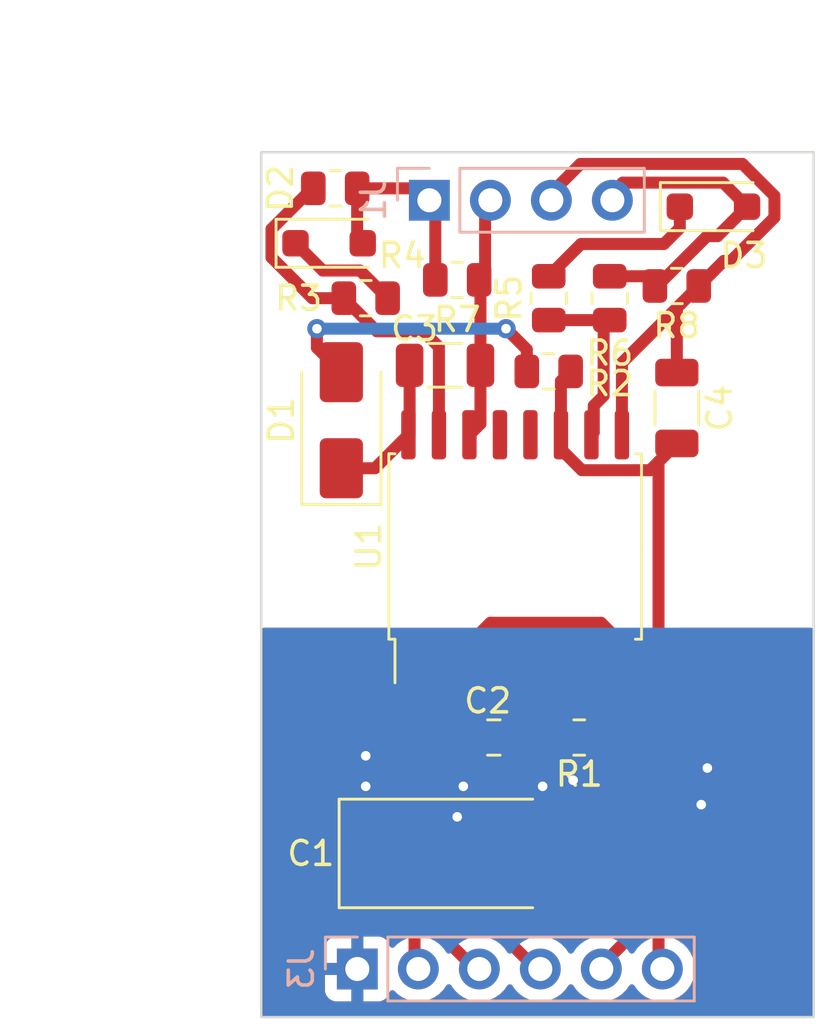
<source format=kicad_pcb>
(kicad_pcb (version 20221018) (generator pcbnew)
  (layers (0 "F.Cu" signal) (31 "B.Cu" signal) (34 "B.Paste" user) (35 "F.Paste" user) (36 "B.SilkS" user "B.Silkscreen") (37 "F.SilkS" user "F.Silkscreen") (38 "B.Mask" user) (39 "F.Mask" user) (44 "Edge.Cuts" user))
  (net 0 "")
  (net 1 "GND")
  (net 2 "+3.3V")
  (net 3 "Net-(U1-DT)")
  (net 4 "Net-(D1-K)")
  (net 5 "/PHASE")
  (net 6 "+15V")
  (net 7 "/CSR_P")
  (net 8 "Net-(D1-A)")
  (net 9 "Net-(D2-K)")
  (net 10 "/PH")
  (net 11 "Net-(D3-K)")
  (net 12 "/PL")
  (net 13 "Net-(U1-OutA)")
  (net 14 "Net-(U1-OutB)")
  (net 15 "/H")
  (net 16 "/L")
  (net 17 "/DISABLE")
  (footprint "Diode_SMD:D_SOD-123F" (layer "F.Cu") (at 147.828 96.266)
    (fp_text reference "D3" (at 1.27 2.032) (layer "F.SilkS"))
    (fp_text value "DSS34")
    (fp_line (start -2.21 -1) (end -2.21 1) (stroke (width 0.12)) (layer "F.SilkS"))
    (fp_line (start -2.21 -1) (end 1.65 -1) (stroke (width 0.12)) (layer "F.SilkS"))
    (fp_line (start -2.21 1) (end 1.65 1) (stroke (width 0.12)) (layer "F.SilkS"))
    (pad "1" smd roundrect (at -1.4 0) (size 1.1 1.1) (layers "F.Cu" "F.Paste" "F.Mask") (roundrect_rratio 0.2272727273) (net 11 "Net-(D3-K)"))
    (pad "2" smd roundrect (at 1.4 0) (size 1.1 1.1) (layers "F.Cu" "F.Paste" "F.Mask") (roundrect_rratio 0.2272727273) (net 12 "/PL"))
  )
  (footprint "Capacitor_SMD:C_0805_2012Metric" (layer "F.Cu") (at 138.684 118.364 180)
    (fp_text reference "C2" (at 0.254 1.524) (layer "F.SilkS"))
    (fp_text value "100n")
    (fp_line (start -0.261252 -0.735) (end 0.261252 -0.735) (stroke (width 0.12)) (layer "F.SilkS"))
    (fp_line (start -0.261252 0.735) (end 0.261252 0.735) (stroke (width 0.12)) (layer "F.SilkS"))
    (pad "1" smd roundrect (at -0.95 0 180) (size 1 1.45) (layers "F.Cu" "F.Paste" "F.Mask") (net 3 "Net-(U1-DT)"))
    (pad "2" smd roundrect (at 0.95 0 180) (size 1 1.45) (layers "F.Cu" "F.Paste" "F.Mask") (net 1 "GND"))
  )
  (footprint "Resistor_SMD:R_0805_2012Metric" (layer "F.Cu") (at 137.16 99.314 180)
    (fp_text reference "R7" (at 0 -1.65) (layer "F.SilkS"))
    (fp_text value "4.7k")
    (fp_line (start -0.227064 -0.735) (end 0.227064 -0.735) (stroke (width 0.12)) (layer "F.SilkS"))
    (fp_line (start -0.227064 0.735) (end 0.227064 0.735) (stroke (width 0.12)) (layer "F.SilkS"))
    (pad "1" smd roundrect (at -0.9125 0 180) (size 1.025 1.4) (layers "F.Cu" "F.Paste" "F.Mask") (roundrect_rratio 0.243902) (net 5 "/PHASE"))
    (pad "2" smd roundrect (at 0.9125 0 180) (size 1.025 1.4) (layers "F.Cu" "F.Paste" "F.Mask") (roundrect_rratio 0.243902) (net 10 "/PH"))
  )
  (footprint "Capacitor_Tantalum_SMD:CP_EIA-7343-31_Kemet-D" (layer "F.Cu") (at 136.652 123.19)
    (fp_text reference "C1" (at -5.588 0) (layer "F.SilkS"))
    (fp_text value "47u 25v Tant")
    (fp_line (start -4.41 -2.26) (end -4.41 2.26) (stroke (width 0.12)) (layer "F.SilkS"))
    (fp_line (start -4.41 2.26) (end 3.65 2.26) (stroke (width 0.12)) (layer "F.SilkS"))
    (fp_line (start 3.65 -2.26) (end -4.41 -2.26) (stroke (width 0.12)) (layer "F.SilkS"))
    (pad "1" smd roundrect (at -3.1125 0) (size 2.075 2.55) (layers "F.Cu" "F.Paste" "F.Mask") (roundrect_rratio 0.120482) (net 1 "GND"))
    (pad "2" smd roundrect (at 3.1125 0) (size 2.075 2.55) (layers "F.Cu" "F.Paste" "F.Mask") (roundrect_rratio 0.120482) (net 2 "+3.3V"))
  )
  (footprint "Resistor_SMD:R_0805_2012Metric" (layer "F.Cu") (at 146.304 99.568 180)
    (fp_text reference "R8" (at 0 -1.65) (layer "F.SilkS"))
    (fp_text value "4.7k")
    (fp_line (start -0.227064 -0.735) (end 0.227064 -0.735) (stroke (width 0.12)) (layer "F.SilkS"))
    (fp_line (start -0.227064 0.735) (end 0.227064 0.735) (stroke (width 0.12)) (layer "F.SilkS"))
    (pad "1" smd roundrect (at -0.9125 0 180) (size 1.025 1.4) (layers "F.Cu" "F.Paste" "F.Mask") (roundrect_rratio 0.243902) (net 7 "/CSR_P"))
    (pad "2" smd roundrect (at 0.9125 0 180) (size 1.025 1.4) (layers "F.Cu" "F.Paste" "F.Mask") (roundrect_rratio 0.243902) (net 12 "/PL"))
  )
  (footprint "Capacitor_SMD:C_1206_3216Metric" (layer "F.Cu") (at 136.652 102.87)
    (fp_text reference "C3" (at -1.27 -1.524) (layer "F.SilkS"))
    (fp_text value "4.7u 50v")
    (fp_line (start -0.711252 -0.91) (end 0.711252 -0.91) (stroke (width 0.12)) (layer "F.SilkS"))
    (fp_line (start -0.711252 0.91) (end 0.711252 0.91) (stroke (width 0.12)) (layer "F.SilkS"))
    (pad "1" smd roundrect (at -1.475 0) (size 1.15 1.8) (layers "F.Cu" "F.Paste" "F.Mask") (roundrect_rratio 0.217391) (net 4 "Net-(D1-K)"))
    (pad "2" smd roundrect (at 1.475 0) (size 1.15 1.8) (layers "F.Cu" "F.Paste" "F.Mask") (roundrect_rratio 0.217391) (net 5 "/PHASE"))
  )
  (footprint "Package_SO:SOIC-16W_7.5x10.3mm_P1.27mm" (layer "F.Cu") (at 139.573 110.412 90)
    (fp_text reference "U1" (at 0 -6.1 90) (layer "F.SilkS"))
    (fp_text value "NCD57252DWR2G")
    (fp_line (start -3.86 -5.26) (end -3.86 -5.005) (stroke (width 0.12)) (layer "F.SilkS"))
    (fp_line (start -3.86 -5.005) (end -5.675 -5.005) (stroke (width 0.12)) (layer "F.SilkS"))
    (fp_line (start -3.86 5.26) (end -3.86 5.005) (stroke (width 0.12)) (layer "F.SilkS"))
    (fp_line (start 0 -5.26) (end -3.86 -5.26) (stroke (width 0.12)) (layer "F.SilkS"))
    (fp_line (start 0 -5.26) (end 3.86 -5.26) (stroke (width 0.12)) (layer "F.SilkS"))
    (fp_line (start 0 5.26) (end -3.86 5.26) (stroke (width 0.12)) (layer "F.SilkS"))
    (fp_line (start 0 5.26) (end 3.86 5.26) (stroke (width 0.12)) (layer "F.SilkS"))
    (fp_line (start 3.86 -5.26) (end 3.86 -5.005) (stroke (width 0.12)) (layer "F.SilkS"))
    (fp_line (start 3.86 5.26) (end 3.86 5.005) (stroke (width 0.12)) (layer "F.SilkS"))
    (pad "1" smd roundrect (at -4.65 -4.445 90) (size 2.05 0.6) (layers "F.Cu" "F.Paste" "F.Mask") (net 15 "/H"))
    (pad "2" smd roundrect (at -4.65 -3.175 90) (size 2.05 0.6) (layers "F.Cu" "F.Paste" "F.Mask") (net 16 "/L"))
    (pad "3" smd roundrect (at -4.65 -1.905 90) (size 2.05 0.6) (layers "F.Cu" "F.Paste" "F.Mask") (net 2 "+3.3V"))
    (pad "4" smd roundrect (at -4.65 -0.635 90) (size 2.05 0.6) (layers "F.Cu" "F.Paste" "F.Mask") (net 1 "GND"))
    (pad "5" smd roundrect (at -4.65 0.635 90) (size 2.05 0.6) (layers "F.Cu" "F.Paste" "F.Mask") (net 17 "/DISABLE"))
    (pad "6" smd roundrect (at -4.65 1.905 90) (size 2.05 0.6) (layers "F.Cu" "F.Paste" "F.Mask") (net 3 "Net-(U1-DT)"))
    (pad "7" smd roundrect (at -4.65 3.175 90) (size 2.05 0.6) (layers "F.Cu" "F.Paste" "F.Mask") (net 1 "GND"))
    (pad "8" smd roundrect (at -4.65 4.445 90) (size 2.05 0.6) (layers "F.Cu" "F.Paste" "F.Mask") (net 2 "+3.3V"))
    (pad "9" smd roundrect (at 4.65 4.445 90) (size 2.05 0.6) (layers "F.Cu" "F.Paste" "F.Mask") (net 7 "/CSR_P"))
    (pad "10" smd roundrect (at 4.65 3.175 90) (size 2.05 0.6) (layers "F.Cu" "F.Paste" "F.Mask") (net 14 "Net-(U1-OutB)"))
    (pad "11" smd roundrect (at 4.65 1.905 90) (size 2.05 0.6) (layers "F.Cu" "F.Paste" "F.Mask") (net 6 "+15V"))
    (pad "12" smd roundrect (at 4.65 0.635 90) (size 2.05 0.6) (layers "F.Cu" "F.Paste" "F.Mask"))
    (pad "13" smd roundrect (at 4.65 -0.635 90) (size 2.05 0.6) (layers "F.Cu" "F.Paste" "F.Mask"))
    (pad "14" smd roundrect (at 4.65 -1.905 90) (size 2.05 0.6) (layers "F.Cu" "F.Paste" "F.Mask") (net 5 "/PHASE"))
    (pad "15" smd roundrect (at 4.65 -3.175 90) (size 2.05 0.6) (layers "F.Cu" "F.Paste" "F.Mask") (net 13 "Net-(U1-OutA)"))
    (pad "16" smd roundrect (at 4.65 -4.445 90) (size 2.05 0.6) (layers "F.Cu" "F.Paste" "F.Mask") (net 4 "Net-(D1-K)"))
  )
  (footprint "Diode_SMD:D_SOD-123F" (layer "F.Cu") (at 131.826 97.79)
    (fp_text reference "D2" (at -2.032 -2.286 90) (layer "F.SilkS"))
    (fp_text value "DSS34")
    (fp_line (start -2.21 -1) (end -2.21 1) (stroke (width 0.12)) (layer "F.SilkS"))
    (fp_line (start -2.21 -1) (end 1.65 -1) (stroke (width 0.12)) (layer "F.SilkS"))
    (fp_line (start -2.21 1) (end 1.65 1) (stroke (width 0.12)) (layer "F.SilkS"))
    (pad "1" smd roundrect (at -1.4 0) (size 1.1 1.1) (layers "F.Cu" "F.Paste" "F.Mask") (roundrect_rratio 0.2272727273) (net 9 "Net-(D2-K)"))
    (pad "2" smd roundrect (at 1.4 0) (size 1.1 1.1) (layers "F.Cu" "F.Paste" "F.Mask") (roundrect_rratio 0.2272727273) (net 10 "/PH"))
  )
  (footprint "Resistor_SMD:R_0805_2012Metric" (layer "F.Cu") (at 133.35 100.076)
    (fp_text reference "R3" (at -2.794 0) (layer "F.SilkS"))
    (fp_text value "2r2")
    (fp_line (start -0.227064 -0.735) (end 0.227064 -0.735) (stroke (width 0.12)) (layer "F.SilkS"))
    (fp_line (start -0.227064 0.735) (end 0.227064 0.735) (stroke (width 0.12)) (layer "F.SilkS"))
    (pad "1" smd roundrect (at -0.9125 0) (size 1.025 1.4) (layers "F.Cu" "F.Paste" "F.Mask") (roundrect_rratio 0.243902) (net 13 "Net-(U1-OutA)"))
    (pad "2" smd roundrect (at 0.9125 0) (size 1.025 1.4) (layers "F.Cu" "F.Paste" "F.Mask") (roundrect_rratio 0.243902) (net 9 "Net-(D2-K)"))
  )
  (footprint "Resistor_SMD:R_0805_2012Metric" (layer "F.Cu") (at 142.24 118.364)
    (fp_text reference "R1" (at 0 1.524) (layer "F.SilkS"))
    (fp_text value "20k")
    (fp_line (start -0.227064 -0.735) (end 0.227064 -0.735) (stroke (width 0.12)) (layer "F.SilkS"))
    (fp_line (start -0.227064 0.735) (end 0.227064 0.735) (stroke (width 0.12)) (layer "F.SilkS"))
    (pad "1" smd roundrect (at -0.9125 0) (size 1.025 1.4) (layers "F.Cu" "F.Paste" "F.Mask") (roundrect_rratio 0.243902) (net 3 "Net-(U1-DT)"))
    (pad "2" smd roundrect (at 0.9125 0) (size 1.025 1.4) (layers "F.Cu" "F.Paste" "F.Mask") (roundrect_rratio 0.243902) (net 1 "GND"))
  )
  (footprint "Resistor_SMD:R_0805_2012Metric" (layer "F.Cu") (at 140.97 103.124 180)
    (fp_text reference "R2" (at -2.54 -0.508) (layer "F.SilkS"))
    (fp_text value "2r2")
    (fp_line (start -0.227064 -0.735) (end 0.227064 -0.735) (stroke (width 0.12)) (layer "F.SilkS"))
    (fp_line (start -0.227064 0.735) (end 0.227064 0.735) (stroke (width 0.12)) (layer "F.SilkS"))
    (pad "1" smd roundrect (at -0.9125 0 180) (size 1.025 1.4) (layers "F.Cu" "F.Paste" "F.Mask") (roundrect_rratio 0.243902) (net 6 "+15V"))
    (pad "2" smd roundrect (at 0.9125 0 180) (size 1.025 1.4) (layers "F.Cu" "F.Paste" "F.Mask") (roundrect_rratio 0.243902) (net 8 "Net-(D1-A)"))
  )
  (footprint "Resistor_SMD:R_0805_2012Metric" (layer "F.Cu") (at 143.51 100.076 90)
    (fp_text reference "R6" (at -2.286 0) (layer "F.SilkS"))
    (fp_text value "2r2")
    (fp_line (start -0.227064 -0.735) (end 0.227064 -0.735) (stroke (width 0.12)) (layer "F.SilkS"))
    (fp_line (start -0.227064 0.735) (end 0.227064 0.735) (stroke (width 0.12)) (layer "F.SilkS"))
    (pad "1" smd roundrect (at -0.9125 0 90) (size 1.025 1.4) (layers "F.Cu" "F.Paste" "F.Mask") (roundrect_rratio 0.243902) (net 14 "Net-(U1-OutB)"))
    (pad "2" smd roundrect (at 0.9125 0 90) (size 1.025 1.4) (layers "F.Cu" "F.Paste" "F.Mask") (roundrect_rratio 0.243902) (net 12 "/PL"))
  )
  (footprint "Diode_SMD:D_SMA" (layer "F.Cu") (at 132.334 105.156 90)
    (fp_text reference "D1" (at 0 -2.5 90) (layer "F.SilkS"))
    (fp_text value "SS520F")
    (fp_line (start -3.51 -1.65) (end -3.51 1.65) (stroke (width 0.12)) (layer "F.SilkS"))
    (fp_line (start -3.51 -1.65) (end 2 -1.65) (stroke (width 0.12)) (layer "F.SilkS"))
    (fp_line (start -3.51 1.65) (end 2 1.65) (stroke (width 0.12)) (layer "F.SilkS"))
    (pad "1" smd roundrect (at -2 0 90) (size 2.5 1.8) (layers "F.Cu" "F.Paste" "F.Mask") (roundrect_rratio 0.1388888889) (net 4 "Net-(D1-K)"))
    (pad "2" smd roundrect (at 2 0 90) (size 2.5 1.8) (layers "F.Cu" "F.Paste" "F.Mask") (roundrect_rratio 0.1388888889) (net 8 "Net-(D1-A)"))
  )
  (footprint "Resistor_SMD:R_0805_2012Metric" (layer "F.Cu") (at 132.08 95.504)
    (fp_text reference "R4" (at 2.794 2.794) (layer "F.SilkS"))
    (fp_text value "2r2")
    (fp_line (start -0.227064 -0.735) (end 0.227064 -0.735) (stroke (width 0.12)) (layer "F.SilkS"))
    (fp_line (start -0.227064 0.735) (end 0.227064 0.735) (stroke (width 0.12)) (layer "F.SilkS"))
    (pad "1" smd roundrect (at -0.9125 0) (size 1.025 1.4) (layers "F.Cu" "F.Paste" "F.Mask") (roundrect_rratio 0.243902) (net 13 "Net-(U1-OutA)"))
    (pad "2" smd roundrect (at 0.9125 0) (size 1.025 1.4) (layers "F.Cu" "F.Paste" "F.Mask") (roundrect_rratio 0.243902) (net 10 "/PH"))
  )
  (footprint "Resistor_SMD:R_0805_2012Metric" (layer "F.Cu") (at 140.97 100.076 90)
    (fp_text reference "R5" (at 0 -1.65 90) (layer "F.SilkS"))
    (fp_text value "2r2")
    (fp_line (start -0.227064 -0.735) (end 0.227064 -0.735) (stroke (width 0.12)) (layer "F.SilkS"))
    (fp_line (start -0.227064 0.735) (end 0.227064 0.735) (stroke (width 0.12)) (layer "F.SilkS"))
    (pad "1" smd roundrect (at -0.9125 0 90) (size 1.025 1.4) (layers "F.Cu" "F.Paste" "F.Mask") (roundrect_rratio 0.243902) (net 14 "Net-(U1-OutB)"))
    (pad "2" smd roundrect (at 0.9125 0 90) (size 1.025 1.4) (layers "F.Cu" "F.Paste" "F.Mask") (roundrect_rratio 0.243902) (net 11 "Net-(D3-K)"))
  )
  (footprint "Capacitor_SMD:C_1206_3216Metric" (layer "F.Cu") (at 146.304 104.648 90)
    (fp_text reference "C4" (at 0 1.778 90) (layer "F.SilkS"))
    (fp_text value "4.7u 50v")
    (fp_line (start -0.711252 -0.91) (end 0.711252 -0.91) (stroke (width 0.12)) (layer "F.SilkS"))
    (fp_line (start -0.711252 0.91) (end 0.711252 0.91) (stroke (width 0.12)) (layer "F.SilkS"))
    (pad "1" smd roundrect (at -1.475 0 90) (size 1.15 1.8) (layers "F.Cu" "F.Paste" "F.Mask") (roundrect_rratio 0.217391) (net 6 "+15V"))
    (pad "2" smd roundrect (at 1.475 0 90) (size 1.15 1.8) (layers "F.Cu" "F.Paste" "F.Mask") (roundrect_rratio 0.217391) (net 7 "/CSR_P"))
  )
  (footprint "Connector_PinHeader_2.54mm:PinHeader_1x06_P2.54mm_Vertical" (layer "B.Cu") (at 133 128 -90)
    (fp_text reference "J3" (at 0 2.33 90) (layer "B.SilkS") (effects (justify mirror)))
    (fp_text value "Input")
    (fp_line (start -1.33 -14.03) (end 1.33 -14.03) (stroke (width 0.12)) (layer "B.SilkS"))
    (fp_line (start -1.33 -1.27) (end -1.33 -14.03) (stroke (width 0.12)) (layer "B.SilkS"))
    (fp_line (start -1.33 -1.27) (end 1.33 -1.27) (stroke (width 0.12)) (layer "B.SilkS"))
    (fp_line (start -1.33 0) (end -1.33 1.33) (stroke (width 0.12)) (layer "B.SilkS"))
    (fp_line (start -1.33 1.33) (end 0 1.33) (stroke (width 0.12)) (layer "B.SilkS"))
    (fp_line (start 1.33 -1.27) (end 1.33 -14.03) (stroke (width 0.12)) (layer "B.SilkS"))
    (pad "1" thru_hole rect (at 0 0 270) (size 1.7 1.7) (drill 1) (layers "*.Cu" "*.Mask") (net 1 "GND"))
    (pad "2" thru_hole oval (at 0 -2.54 270) (size 1.7 1.7) (drill 1) (layers "*.Cu" "*.Mask") (net 15 "/H"))
    (pad "3" thru_hole oval (at 0 -5.08 270) (size 1.7 1.7) (drill 1) (layers "*.Cu" "*.Mask") (net 16 "/L"))
    (pad "4" thru_hole oval (at 0 -7.62 270) (size 1.7 1.7) (drill 1) (layers "*.Cu" "*.Mask") (net 17 "/DISABLE"))
    (pad "5" thru_hole oval (at 0 -10.16 270) (size 1.7 1.7) (drill 1) (layers "*.Cu" "*.Mask") (net 2 "+3.3V"))
    (pad "6" thru_hole oval (at 0 -12.7 270) (size 1.7 1.7) (drill 1) (layers "*.Cu" "*.Mask") (net 6 "+15V"))
  )
  (footprint "Connector_PinHeader_2.54mm:PinHeader_1x04_P2.54mm_Vertical" (layer "B.Cu") (at 136 96 -90)
    (fp_text reference "J1" (at 0 2.33 90) (layer "B.SilkS") (effects (justify mirror)))
    (fp_text value "Output")
    (fp_line (start -1.33 -8.95) (end 1.33 -8.95) (stroke (width 0.12)) (layer "B.SilkS"))
    (fp_line (start -1.33 -1.27) (end -1.33 -8.95) (stroke (width 0.12)) (layer "B.SilkS"))
    (fp_line (start -1.33 -1.27) (end 1.33 -1.27) (stroke (width 0.12)) (layer "B.SilkS"))
    (fp_line (start -1.33 0) (end -1.33 1.33) (stroke (width 0.12)) (layer "B.SilkS"))
    (fp_line (start -1.33 1.33) (end 0 1.33) (stroke (width 0.12)) (layer "B.SilkS"))
    (fp_line (start 1.33 -1.27) (end 1.33 -8.95) (stroke (width 0.12)) (layer "B.SilkS"))
    (pad "1" thru_hole rect (at 0 0 270) (size 1.7 1.7) (drill 1) (layers "*.Cu" "*.Mask") (net 10 "/PH"))
    (pad "2" thru_hole oval (at 0 -2.54 270) (size 1.7 1.7) (drill 1) (layers "*.Cu" "*.Mask") (net 5 "/PHASE"))
    (pad "3" thru_hole oval (at 0 -5.08 270) (size 1.7 1.7) (drill 1) (layers "*.Cu" "*.Mask") (net 7 "/CSR_P"))
    (pad "4" thru_hole oval (at 0 -7.62 270) (size 1.7 1.7) (drill 1) (layers "*.Cu" "*.Mask") (net 12 "/PL"))
  )
  (gr_rect (start 129 94) (end 152 130) (stroke (width 0.1)) (fill none) (layer "Edge.Cuts"))
  (segment (start 142.748 115.062) (end 142.748 116.332) (width 0.5) (layer "F.Cu") (net 1))
  (segment (start 142.748 116.332) (end 143.256 116.84) (width 0.5) (layer "F.Cu") (net 1))
  (segment (start 143.256 116.84) (end 143.256 118.2605) (width 0.5) (layer "F.Cu") (net 1))
  (segment (start 138.938 115.062) (end 138.938 115.665528) (width 0.5) (layer "F.Cu") (net 1))
  (segment (start 138.938 115.665528) (end 137.734 116.869528) (width 0.5) (layer "F.Cu") (net 1))
  (segment (start 143.256 118.2605) (end 143.1525 118.364) (width 0.5) (layer "F.Cu") (net 1))
  (segment (start 137.734 116.869528) (end 137.734 118.364) (width 0.5) (layer "F.Cu") (net 1))
  (via (at 141.986 120.142) (size 0.8) (drill 0.4) (layers "F.Cu" "B.Cu") (net 1))
  (via (at 137.16 121.666) (size 0.8) (drill 0.4) (layers "F.Cu" "B.Cu") (net 1))
  (via (at 137.414 120.396) (size 0.8) (drill 0.4) (layers "F.Cu" "B.Cu") (net 1))
  (via (at 140.716 120.396) (size 0.8) (drill 0.4) (layers "F.Cu" "B.Cu") (net 1))
  (via (at 147.32 121.158) (size 0.8) (drill 0.4) (layers "F.Cu" "B.Cu") (net 1))
  (via (at 133.35 120.396) (size 0.8) (drill 0.4) (layers "F.Cu" "B.Cu") (net 1))
  (via (at 133.35 119.126) (size 0.8) (drill 0.4) (layers "F.Cu" "B.Cu") (net 1))
  (via (at 147.574 119.634) (size 0.8) (drill 0.4) (layers "F.Cu" "B.Cu") (net 1))
  (segment (start 144.018 114.458472) (end 143.146528 113.587) (width 0.5) (layer "F.Cu") (net 2))
  (segment (start 139.7645 123.19) (end 140.97 123.19) (width 0.5) (layer "F.Cu") (net 2))
  (segment (start 144.526 119.634) (end 144.526 126.492) (width 0.5) (layer "F.Cu") (net 2))
  (segment (start 144.526 115.57) (end 144.526 119.634) (width 0.5) (layer "F.Cu") (net 2))
  (segment (start 143.146528 113.587) (end 138.539472 113.587) (width 0.5) (layer "F.Cu") (net 2))
  (segment (start 144.018 115.062) (end 144.526 115.57) (width 0.5) (layer "F.Cu") (net 2))
  (segment (start 137.668 114.458472) (end 137.668 115.062) (width 0.5) (layer "F.Cu") (net 2))
  (segment (start 144.526 126.492) (end 143.002 128.016) (width 0.5) (layer "F.Cu") (net 2))
  (segment (start 140.97 123.19) (end 144.526 119.634) (width 0.5) (layer "F.Cu") (net 2))
  (segment (start 138.539472 113.587) (end 137.668 114.458472) (width 0.5) (layer "F.Cu") (net 2))
  (segment (start 144.018 115.062) (end 144.018 114.458472) (width 0.5) (layer "F.Cu") (net 2))
  (segment (start 141.478 115.062) (end 141.478 118.2135) (width 0.5) (layer "F.Cu") (net 3))
  (segment (start 141.3275 118.364) (end 139.634 118.364) (width 0.5) (layer "F.Cu") (net 3))
  (segment (start 135.177 102.87) (end 135.177 105.713) (width 0.5) (layer "F.Cu") (net 4))
  (segment (start 133.734 107.156) (end 135.128 105.762) (width 0.5) (layer "F.Cu") (net 4))
  (segment (start 132.334 107.156) (end 133.734 107.156) (width 0.5) (layer "F.Cu") (net 4))
  (segment (start 135.177 105.713) (end 135.128 105.762) (width 0.5) (layer "F.Cu") (net 4))
  (segment (start 138.127 99.3685) (end 138.0725 99.314) (width 0.5) (layer "F.Cu") (net 5))
  (segment (start 138.32 95.916) (end 138.32 99.0665) (width 0.5) (layer "F.Cu") (net 5))
  (segment (start 138.127 102.87) (end 138.127 99.3685) (width 0.5) (layer "F.Cu") (net 5))
  (segment (start 138.32 99.0665) (end 138.0725 99.314) (width 0.5) (layer "F.Cu") (net 5))
  (segment (start 138.127 102.87) (end 138.127 105.303) (width 0.5) (layer "F.Cu") (net 5))
  (segment (start 138.127 105.303) (end 137.668 105.762) (width 0.5) (layer "F.Cu") (net 5))
  (segment (start 141.478 106.365528) (end 141.478 105.762) (width 0.5) (layer "F.Cu") (net 6))
  (segment (start 146.304 106.123) (end 145.19 107.237) (width 0.5) (layer "F.Cu") (net 6))
  (segment (start 142.349472 107.237) (end 141.478 106.365528) (width 0.5) (layer "F.Cu") (net 6))
  (segment (start 146.304 106.123) (end 145.542 106.885) (width 0.5) (layer "F.Cu") (net 6))
  (segment (start 145.19 107.237) (end 142.349472 107.237) (width 0.5) (layer "F.Cu") (net 6))
  (segment (start 145.542 106.885) (end 145.542 128.016) (width 0.5) (layer "F.Cu") (net 6))
  (segment (start 141.478 103.5285) (end 141.8825 103.124) (width 0.5) (layer "F.Cu") (net 6))
  (segment (start 141.478 105.762) (end 141.478 103.5285) (width 0.5) (layer "F.Cu") (net 6))
  (segment (start 147.2165 99.568) (end 148.258 98.5265) (width 0.5) (layer "F.Cu") (net 7))
  (segment (start 150.368 95.816051) (end 149.039949 94.488) (width 0.5) (layer "F.Cu") (net 7))
  (segment (start 146.304 103.173) (end 146.304 100.4805) (width 0.5) (layer "F.Cu") (net 7))
  (segment (start 148.557449 98.5265) (end 150.368 96.715949) (width 0.5) (layer "F.Cu") (net 7))
  (segment (start 148.258 98.5265) (end 148.557449 98.5265) (width 0.5) (layer "F.Cu") (net 7))
  (segment (start 149.039949 94.488) (end 142.288 94.488) (width 0.5) (layer "F.Cu") (net 7))
  (segment (start 146.304 100.4805) (end 146.50625 100.27825) (width 0.5) (layer "F.Cu") (net 7))
  (segment (start 142.288 94.488) (end 140.86 95.916) (width 0.5) (layer "F.Cu") (net 7))
  (segment (start 144.018 102.7665) (end 146.50625 100.27825) (width 0.5) (layer "F.Cu") (net 7))
  (segment (start 146.50625 100.27825) (end 147.2165 99.568) (width 0.5) (layer "F.Cu") (net 7))
  (segment (start 150.368 96.715949) (end 150.368 95.816051) (width 0.5) (layer "F.Cu") (net 7))
  (segment (start 144.018 105.762) (end 144.018 102.7665) (width 0.5) (layer "F.Cu") (net 7))
  (segment (start 140.0575 102.2115) (end 139.192 101.346) (width 0.5) (layer "F.Cu") (net 8))
  (segment (start 140.0575 103.124) (end 140.0575 102.2115) (width 0.5) (layer "F.Cu") (net 8))
  (segment (start 131.318 101.346) (end 131.318 102.14) (width 0.5) (layer "F.Cu") (net 8))
  (segment (start 131.318 102.14) (end 132.334 103.156) (width 0.5) (layer "F.Cu") (net 8))
  (via (at 131.318 101.346) (size 0.8) (drill 0.4) (layers "F.Cu" "B.Cu") (net 8))
  (via (at 139.192 101.346) (size 0.8) (drill 0.4) (layers "F.Cu" "B.Cu") (net 8))
  (segment (start 139.192 101.346) (end 131.318 101.346) (width 0.5) (layer "B.Cu") (net 8))
  (segment (start 131.562 98.926) (end 130.426 97.79) (width 0.5) (layer "F.Cu") (net 9))
  (segment (start 134.2625 100.076) (end 133.1125 98.926) (width 0.5) (layer "F.Cu") (net 9))
  (segment (start 133.1125 98.926) (end 131.562 98.926) (width 0.5) (layer "F.Cu") (net 9))
  (segment (start 136.2475 96.3835) (end 136.2475 99.314) (width 0.5) (layer "F.Cu") (net 10))
  (segment (start 135.368 95.504) (end 136.2475 96.3835) (width 0.5) (layer "F.Cu") (net 10))
  (segment (start 132.9925 95.504) (end 135.368 95.504) (width 0.5) (layer "F.Cu") (net 10))
  (segment (start 132.9925 95.504) (end 132.9925 97.5565) (width 0.5) (layer "F.Cu") (net 10))
  (segment (start 132.9925 97.5565) (end 133.226 97.79) (width 0.5) (layer "F.Cu") (net 10))
  (segment (start 142.3135 97.82) (end 145.766 97.82) (width 0.5) (layer "F.Cu") (net 11))
  (segment (start 146.428 97.158) (end 146.428 96.266) (width 0.5) (layer "F.Cu") (net 11))
  (segment (start 140.97 99.1635) (end 142.3135 97.82) (width 0.5) (layer "F.Cu") (net 11))
  (segment (start 145.766 97.82) (end 146.428 97.158) (width 0.5) (layer "F.Cu") (net 11))
  (segment (start 144.987 99.1635) (end 145.3915 99.568) (width 0.5) (layer "F.Cu") (net 12))
  (segment (start 144.05 95.266) (end 148.228 95.266) (width 0.5) (layer "F.Cu") (net 12))
  (segment (start 147.558 97.493949) (end 148.000051 97.493949) (width 0.5) (layer "F.Cu") (net 12))
  (segment (start 148.228 95.266) (end 149.228 96.266) (width 0.5) (layer "F.Cu") (net 12))
  (segment (start 145.483949 99.568) (end 145.3915 99.568) (width 0.5) (layer "F.Cu") (net 12))
  (segment (start 148.000051 97.493949) (end 149.228 96.266) (width 0.5) (layer "F.Cu") (net 12))
  (segment (start 147.558 97.493949) (end 145.483949 99.568) (width 0.5) (layer "F.Cu") (net 12))
  (segment (start 143.51 99.1635) (end 144.987 99.1635) (width 0.5) (layer "F.Cu") (net 12))
  (segment (start 143.4 95.916) (end 144.05 95.266) (width 0.5) (layer "F.Cu") (net 12))
  (segment (start 132.4375 100.076) (end 133.8175 101.456) (width 0.5) (layer "F.Cu") (net 13))
  (segment (start 129.426 98.379949) (end 131.122051 100.076) (width 0.5) (layer "F.Cu") (net 13))
  (segment (start 131.122051 95.504) (end 129.426 97.200051) (width 0.5) (layer "F.Cu") (net 13))
  (segment (start 129.426 97.200051) (end 129.426 98.379949) (width 0.5) (layer "F.Cu") (net 13))
  (segment (start 136.398 102.108) (end 136.398 105.762) (width 0.5) (layer "F.Cu") (net 13))
  (segment (start 135.746 101.456) (end 136.398 102.108) (width 0.5) (layer "F.Cu") (net 13))
  (segment (start 131.122051 100.076) (end 132.4375 100.076) (width 0.5) (layer "F.Cu") (net 13))
  (segment (start 133.8175 101.456) (end 135.746 101.456) (width 0.5) (layer "F.Cu") (net 13))
  (segment (start 131.1675 95.504) (end 131.122051 95.504) (width 0.5) (layer "F.Cu") (net 13))
  (segment (start 143.256 104.14) (end 143.256 101.2425) (width 0.5) (layer "F.Cu") (net 14))
  (segment (start 143.256 101.2425) (end 143.51 100.9885) (width 0.5) (layer "F.Cu") (net 14))
  (segment (start 140.97 100.9885) (end 143.51 100.9885) (width 0.5) (layer "F.Cu") (net 14))
  (segment (start 142.748 105.762) (end 142.845 105.665) (width 0.5) (layer "F.Cu") (net 14))
  (segment (start 142.845 105.665) (end 142.845 104.551) (width 0.5) (layer "F.Cu") (net 14))
  (segment (start 142.845 104.551) (end 143.256 104.14) (width 0.5) (layer "F.Cu") (net 14))
  (segment (start 135.128 126.238) (end 135.382 126.492) (width 0.5) (layer "F.Cu") (net 15))
  (segment (start 135.382 126.492) (end 135.382 128.016) (width 0.5) (layer "F.Cu") (net 15))
  (segment (start 135.128 115.062) (end 135.128 126.238) (width 0.5) (layer "F.Cu") (net 15))
  (segment (start 136.197 115.263) (end 136.197 126.291) (width 0.5) (layer "F.Cu") (net 16))
  (segment (start 136.398 115.062) (end 136.197 115.263) (width 0.5) (layer "F.Cu") (net 16))
  (segment (start 136.197 126.291) (end 137.922 128.016) (width 0.5) (layer "F.Cu") (net 16))
  (segment (start 138.684 121.468051) (end 138.176 121.976051) (width 0.5) (layer "F.Cu") (net 17))
  (segment (start 140.208 115.062) (end 140.208 116.075051) (width 0.5) (layer "F.Cu") (net 17))
  (segment (start 140.208 116.075051) (end 138.684 117.599051) (width 0.5) (layer "F.Cu") (net 17))
  (segment (start 138.176 121.976051) (end 138.176 125.73) (width 0.5) (layer "F.Cu") (net 17))
  (segment (start 138.176 125.73) (end 140.462 128.016) (width 0.5) (layer "F.Cu") (net 17))
  (segment (start 138.684 117.599051) (end 138.684 121.468051) (width 0.5) (layer "F.Cu") (net 17))
  (zone (net 1) (net_name "GND") (layers "F&B.Cu") (connect_pads (clearance 0.5)) (min_thickness 0.25) (fill yes (thermal_gap 0.5) (thermal_bridge_width 0.5))
    (polygon (pts (xy 128.27 130.302) (xy 152.654 130.302) (xy 152.654 113.792) (xy 128.27 113.792)))
  )
)
</source>
